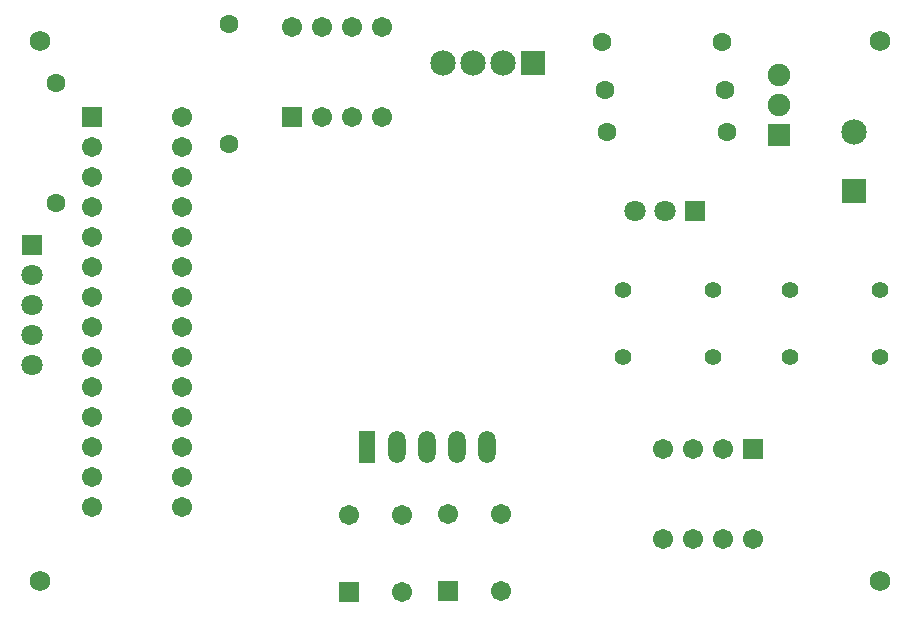
<source format=gbs>
G04*
G04 #@! TF.GenerationSoftware,Altium Limited,Altium Designer,22.1.2 (22)*
G04*
G04 Layer_Color=16711935*
%FSLAX25Y25*%
%MOIN*%
G70*
G04*
G04 #@! TF.SameCoordinates,1BA5BB5C-5110-4B30-B957-24BA070B8C90*
G04*
G04*
G04 #@! TF.FilePolarity,Negative*
G04*
G01*
G75*
%ADD15O,0.05800X0.10800*%
%ADD16R,0.05800X0.10800*%
%ADD17C,0.06312*%
%ADD18C,0.06800*%
%ADD19C,0.05524*%
%ADD20C,0.06706*%
%ADD21R,0.06706X0.06706*%
%ADD22R,0.06706X0.06706*%
%ADD23C,0.07099*%
%ADD24R,0.07099X0.07099*%
%ADD25C,0.07480*%
%ADD26R,0.07480X0.07480*%
%ADD27C,0.08477*%
%ADD28R,0.08477X0.08477*%
%ADD29R,0.07099X0.07099*%
%ADD30C,0.07099*%
%ADD31R,0.08477X0.08477*%
D15*
X159000Y54500D02*
D03*
X149000D02*
D03*
X139000D02*
D03*
X129000D02*
D03*
D16*
X119000D02*
D03*
D17*
X15500Y136000D02*
D03*
Y176000D02*
D03*
X198500Y173500D02*
D03*
X238500D02*
D03*
X199000Y159500D02*
D03*
X239000D02*
D03*
X197500Y189500D02*
D03*
X237500D02*
D03*
X73209Y195537D02*
D03*
Y155537D02*
D03*
D18*
X10000Y10000D02*
D03*
X290000D02*
D03*
Y190000D02*
D03*
X10000D02*
D03*
D19*
X290000Y107000D02*
D03*
X260000D02*
D03*
Y84640D02*
D03*
X290000D02*
D03*
X204262Y107000D02*
D03*
X234262D02*
D03*
Y84640D02*
D03*
X204262D02*
D03*
D20*
X57500Y34500D02*
D03*
Y44500D02*
D03*
Y54500D02*
D03*
Y64500D02*
D03*
Y74500D02*
D03*
Y84500D02*
D03*
Y94500D02*
D03*
Y104500D02*
D03*
Y114500D02*
D03*
Y124500D02*
D03*
Y134500D02*
D03*
Y144500D02*
D03*
Y154500D02*
D03*
Y164500D02*
D03*
X27500Y34500D02*
D03*
Y44500D02*
D03*
Y54500D02*
D03*
Y64500D02*
D03*
Y74500D02*
D03*
Y84500D02*
D03*
Y94500D02*
D03*
Y104500D02*
D03*
Y114500D02*
D03*
Y124500D02*
D03*
Y134500D02*
D03*
Y144500D02*
D03*
Y154500D02*
D03*
X113142Y31795D02*
D03*
X130858D02*
D03*
Y6205D02*
D03*
X146142Y32295D02*
D03*
X163858D02*
D03*
Y6705D02*
D03*
X104000Y164500D02*
D03*
X114000D02*
D03*
X124000D02*
D03*
X94000Y194500D02*
D03*
X104000D02*
D03*
X114000D02*
D03*
X124000D02*
D03*
X237873Y53825D02*
D03*
X227873D02*
D03*
X217873D02*
D03*
X247873Y23825D02*
D03*
X237873D02*
D03*
X227873D02*
D03*
X217873D02*
D03*
D21*
X27500Y164500D02*
D03*
D22*
X113142Y6205D02*
D03*
X146142Y6705D02*
D03*
X94000Y164500D02*
D03*
X247873Y53825D02*
D03*
D23*
X7500Y82000D02*
D03*
Y92000D02*
D03*
Y112000D02*
D03*
Y102000D02*
D03*
D24*
Y122000D02*
D03*
D25*
X256254Y178500D02*
D03*
Y168500D02*
D03*
D26*
Y158500D02*
D03*
D27*
X144500Y182500D02*
D03*
X164500D02*
D03*
X154500D02*
D03*
X281260Y159562D02*
D03*
D28*
X174500Y182500D02*
D03*
D29*
X228500Y133227D02*
D03*
D30*
X218500D02*
D03*
X208500D02*
D03*
D31*
X281260Y139877D02*
D03*
M02*

</source>
